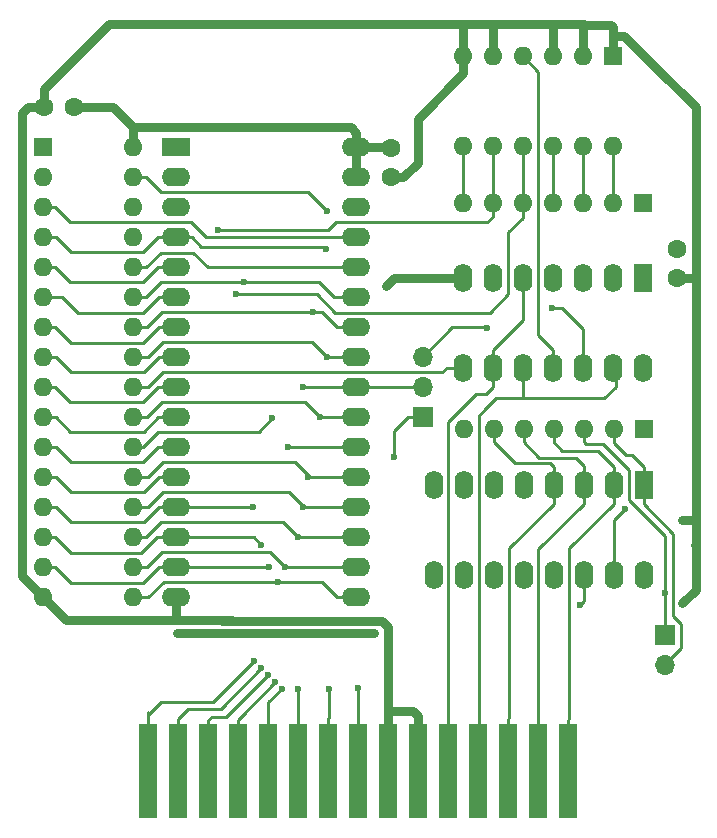
<source format=gbr>
%TF.GenerationSoftware,KiCad,Pcbnew,9.0.0*%
%TF.CreationDate,2025-05-02T13:48:09-04:00*%
%TF.ProjectId,cbm2rrcart,63626d32-7272-4636-9172-742e6b696361,rev?*%
%TF.SameCoordinates,Original*%
%TF.FileFunction,Copper,L2,Bot*%
%TF.FilePolarity,Positive*%
%FSLAX46Y46*%
G04 Gerber Fmt 4.6, Leading zero omitted, Abs format (unit mm)*
G04 Created by KiCad (PCBNEW 9.0.0) date 2025-05-02 13:48:09*
%MOMM*%
%LPD*%
G01*
G04 APERTURE LIST*
%TA.AperFunction,ComponentPad*%
%ADD10R,1.600000X2.400000*%
%TD*%
%TA.AperFunction,ComponentPad*%
%ADD11O,1.600000X2.400000*%
%TD*%
%TA.AperFunction,ComponentPad*%
%ADD12C,1.600000*%
%TD*%
%TA.AperFunction,ComponentPad*%
%ADD13R,1.600000X1.600000*%
%TD*%
%TA.AperFunction,ComponentPad*%
%ADD14O,1.600000X1.600000*%
%TD*%
%TA.AperFunction,ComponentPad*%
%ADD15R,2.400000X1.600000*%
%TD*%
%TA.AperFunction,ComponentPad*%
%ADD16O,2.400000X1.600000*%
%TD*%
%TA.AperFunction,ComponentPad*%
%ADD17R,1.700000X1.700000*%
%TD*%
%TA.AperFunction,ComponentPad*%
%ADD18O,1.700000X1.700000*%
%TD*%
%TA.AperFunction,SMDPad,CuDef*%
%ADD19R,1.524000X8.000000*%
%TD*%
%TA.AperFunction,ViaPad*%
%ADD20C,0.600000*%
%TD*%
%TA.AperFunction,Conductor*%
%ADD21C,0.250000*%
%TD*%
%TA.AperFunction,Conductor*%
%ADD22C,0.750000*%
%TD*%
G04 APERTURE END LIST*
D10*
%TO.P,U1,1,I4*%
%TO.N,~{CS_X1}*%
X177850800Y-93141800D03*
D11*
%TO.P,U1,2,I5*%
%TO.N,~{CSBANK3}*%
X175310800Y-93141800D03*
%TO.P,U1,3,I6*%
%TO.N,~{CSBANK2}*%
X172770800Y-93141800D03*
%TO.P,U1,4,I7*%
%TO.N,~{CSBANK1}*%
X170230800Y-93141800D03*
%TO.P,U1,5,EI*%
%TO.N,ENABLE*%
X167690800Y-93141800D03*
%TO.P,U1,6,S2*%
%TO.N,E15*%
X165150800Y-93141800D03*
%TO.P,U1,7,S1*%
%TO.N,E14*%
X162610800Y-93141800D03*
%TO.P,U1,8,GND*%
%TO.N,GND*%
X160070800Y-93141800D03*
%TO.P,U1,9,S0*%
%TO.N,E13*%
X160070800Y-100761800D03*
%TO.P,U1,10,IO*%
%TO.N,5V*%
X162610800Y-100761800D03*
%TO.P,U1,11,I1*%
X165150800Y-100761800D03*
%TO.P,U1,12,I2*%
X167690800Y-100761800D03*
%TO.P,U1,13,I3*%
%TO.N,~{CS_X2}*%
X170230800Y-100761800D03*
%TO.P,U1,14,GS*%
%TO.N,~{CS_RR}*%
X172770800Y-100761800D03*
%TO.P,U1,15,EO*%
%TO.N,CS_RR*%
X175310800Y-100761800D03*
%TO.P,U1,16,VCC*%
%TO.N,5V*%
X177850800Y-100761800D03*
%TD*%
D12*
%TO.P,C2,1*%
%TO.N,5V*%
X156438600Y-64577600D03*
%TO.P,C2,2*%
%TO.N,GND*%
X156438600Y-67077600D03*
%TD*%
D13*
%TO.P,RN1,1,common*%
%TO.N,5V*%
X177850800Y-88417400D03*
D14*
%TO.P,RN1,2,R1*%
%TO.N,~{CS_X1}*%
X175310800Y-88417400D03*
%TO.P,RN1,3,R2*%
%TO.N,~{CS_X2}*%
X172770800Y-88417400D03*
%TO.P,RN1,4,R3*%
%TO.N,~{CSBANK3}*%
X170230800Y-88417400D03*
%TO.P,RN1,5,R4*%
%TO.N,~{CSBANK2}*%
X167690800Y-88417400D03*
%TO.P,RN1,6,R5*%
%TO.N,~{CSBANK1}*%
X165150800Y-88417400D03*
%TO.P,RN1,7,R6*%
%TO.N,unconnected-(RN1-R6-Pad7)*%
X162610800Y-88417400D03*
%TD*%
D13*
%TO.P,RN2,1,common*%
%TO.N,5V*%
X177774600Y-69316600D03*
D14*
%TO.P,RN2,2,R1*%
%TO.N,ROMSET0*%
X175234600Y-69316600D03*
%TO.P,RN2,3,R2*%
%TO.N,ROMSET1*%
X172694600Y-69316600D03*
%TO.P,RN2,4,R3*%
%TO.N,ROMSET2*%
X170154600Y-69316600D03*
%TO.P,RN2,5,R4*%
%TO.N,PROTECT*%
X167614600Y-69316600D03*
%TO.P,RN2,6,R5*%
%TO.N,SEL_RR*%
X165074600Y-69316600D03*
%TO.P,RN2,7,R6*%
%TO.N,ENABLE*%
X162534600Y-69316600D03*
%TD*%
D15*
%TO.P,U2,1,VPP*%
%TO.N,unconnected-(U2-VPP-Pad1)*%
X138277600Y-64566800D03*
D16*
%TO.P,U2,2,A16*%
%TO.N,ROMSET1*%
X138277600Y-67106800D03*
%TO.P,U2,3,A15*%
%TO.N,ROMSET0*%
X138277600Y-69646800D03*
%TO.P,U2,4,A12*%
%TO.N,A12*%
X138277600Y-72186800D03*
%TO.P,U2,5,A7*%
%TO.N,A7*%
X138277600Y-74726800D03*
%TO.P,U2,6,A6*%
%TO.N,A6*%
X138277600Y-77266800D03*
%TO.P,U2,7,A5*%
%TO.N,A5*%
X138277600Y-79806800D03*
%TO.P,U2,8,A4*%
%TO.N,A4*%
X138277600Y-82346800D03*
%TO.P,U2,9,A3*%
%TO.N,A3*%
X138277600Y-84886800D03*
%TO.P,U2,10,A2*%
%TO.N,A2*%
X138277600Y-87426800D03*
%TO.P,U2,11,A1*%
%TO.N,A1*%
X138277600Y-89966800D03*
%TO.P,U2,12,A0*%
%TO.N,A0*%
X138277600Y-92506800D03*
%TO.P,U2,13,D0*%
%TO.N,D0*%
X138277600Y-95046800D03*
%TO.P,U2,14,D1*%
%TO.N,D1*%
X138277600Y-97586800D03*
%TO.P,U2,15,D2*%
%TO.N,D2*%
X138277600Y-100126800D03*
%TO.P,U2,16,GND*%
%TO.N,GND*%
X138277600Y-102666800D03*
%TO.P,U2,17,D3*%
%TO.N,D3*%
X153517600Y-102666800D03*
%TO.P,U2,18,D4*%
%TO.N,D4*%
X153517600Y-100126800D03*
%TO.P,U2,19,D5*%
%TO.N,D5*%
X153517600Y-97586800D03*
%TO.P,U2,20,D6*%
%TO.N,D6*%
X153517600Y-95046800D03*
%TO.P,U2,21,D7*%
%TO.N,D7*%
X153517600Y-92506800D03*
%TO.P,U2,22,~{CE}*%
%TO.N,SEL_RR*%
X153517600Y-89966800D03*
%TO.P,U2,23,A10*%
%TO.N,A10*%
X153517600Y-87426800D03*
%TO.P,U2,24,~{OE}*%
%TO.N,~{CS_MEM}*%
X153517600Y-84886800D03*
%TO.P,U2,25,A11*%
%TO.N,A11*%
X153517600Y-82346800D03*
%TO.P,U2,26,A9*%
%TO.N,A9*%
X153517600Y-79806800D03*
%TO.P,U2,27,A8*%
%TO.N,A8*%
X153517600Y-77266800D03*
%TO.P,U2,28,A13*%
%TO.N,E13*%
X153517600Y-74726800D03*
%TO.P,U2,29,A14*%
%TO.N,E14*%
X153517600Y-72186800D03*
%TO.P,U2,30,A17*%
%TO.N,ROMSET2*%
X153517600Y-69646800D03*
%TO.P,U2,31,~{PGM}*%
%TO.N,5V*%
X153517600Y-67106800D03*
%TO.P,U2,32,VCC*%
X153517600Y-64566800D03*
%TD*%
D17*
%TO.P,J1,1,Pin_1*%
%TO.N,~{CS_RR}*%
X159131000Y-87401400D03*
D18*
%TO.P,J1,2,Pin_2*%
%TO.N,~{CS_MEM}*%
X159131000Y-84861400D03*
%TO.P,J1,3,Pin_3*%
%TO.N,Net-(J1-Pin_3)*%
X159131000Y-82321400D03*
%TD*%
D12*
%TO.P,C3,1*%
%TO.N,5V*%
X129590800Y-61174000D03*
%TO.P,C3,2*%
%TO.N,GND*%
X127090800Y-61174000D03*
%TD*%
D10*
%TO.P,U4,1*%
%TO.N,CS_RR*%
X177800000Y-75641200D03*
D11*
%TO.P,U4,2*%
%TO.N,S02*%
X175260000Y-75641200D03*
%TO.P,U4,3*%
%TO.N,Net-(J1-Pin_3)*%
X172720000Y-75641200D03*
%TO.P,U4,4*%
%TO.N,5V*%
X170180000Y-75641200D03*
%TO.P,U4,5*%
%TO.N,SR{slash}~{W}*%
X167640000Y-75641200D03*
%TO.P,U4,6*%
%TO.N,Net-(U4-Pad12)*%
X165100000Y-75641200D03*
%TO.P,U4,7,GND*%
%TO.N,GND*%
X162560000Y-75641200D03*
%TO.P,U4,8*%
%TO.N,~{OE_RAM}*%
X162560000Y-83261200D03*
%TO.P,U4,9*%
%TO.N,SR{slash}~{W}*%
X165100000Y-83261200D03*
%TO.P,U4,10*%
%TO.N,S02*%
X167640000Y-83261200D03*
%TO.P,U4,11*%
%TO.N,~{WE_RAM}*%
X170180000Y-83261200D03*
%TO.P,U4,12*%
%TO.N,Net-(U4-Pad12)*%
X172720000Y-83261200D03*
%TO.P,U4,13*%
%TO.N,S02*%
X175260000Y-83261200D03*
%TO.P,U4,14,VCC*%
%TO.N,5V*%
X177800000Y-83261200D03*
%TD*%
D12*
%TO.P,C4,1*%
%TO.N,5V*%
X180670200Y-73166600D03*
%TO.P,C4,2*%
%TO.N,GND*%
X180670200Y-75666600D03*
%TD*%
D13*
%TO.P,U3,1,NC*%
%TO.N,unconnected-(U3-NC-Pad1)*%
X126949200Y-64566800D03*
D14*
%TO.P,U3,2,NC*%
%TO.N,unconnected-(U3-NC-Pad2)*%
X126949200Y-67106800D03*
%TO.P,U3,3,A14*%
%TO.N,E14*%
X126949200Y-69646800D03*
%TO.P,U3,4,A12*%
%TO.N,A12*%
X126949200Y-72186800D03*
%TO.P,U3,5,A7*%
%TO.N,A7*%
X126949200Y-74726800D03*
%TO.P,U3,6,A6*%
%TO.N,A6*%
X126949200Y-77266800D03*
%TO.P,U3,7,A5*%
%TO.N,A5*%
X126949200Y-79806800D03*
%TO.P,U3,8,A4*%
%TO.N,A4*%
X126949200Y-82346800D03*
%TO.P,U3,9,A3*%
%TO.N,A3*%
X126949200Y-84886800D03*
%TO.P,U3,10,A2*%
%TO.N,A2*%
X126949200Y-87426800D03*
%TO.P,U3,11,A1*%
%TO.N,A1*%
X126949200Y-89966800D03*
%TO.P,U3,12,A0*%
%TO.N,A0*%
X126949200Y-92506800D03*
%TO.P,U3,13,D0*%
%TO.N,D0*%
X126949200Y-95046800D03*
%TO.P,U3,14,D1*%
%TO.N,D1*%
X126949200Y-97586800D03*
%TO.P,U3,15,D2*%
%TO.N,D2*%
X126949200Y-100126800D03*
%TO.P,U3,16,GND*%
%TO.N,GND*%
X126949200Y-102666800D03*
%TO.P,U3,17,D3*%
%TO.N,D3*%
X134569200Y-102666800D03*
%TO.P,U3,18,D4*%
%TO.N,D4*%
X134569200Y-100126800D03*
%TO.P,U3,19,D5*%
%TO.N,D5*%
X134569200Y-97586800D03*
%TO.P,U3,20,D6*%
%TO.N,D6*%
X134569200Y-95046800D03*
%TO.P,U3,21,D7*%
%TO.N,D7*%
X134569200Y-92506800D03*
%TO.P,U3,22,~{CE1}*%
%TO.N,~{CS_MEM}*%
X134569200Y-89966800D03*
%TO.P,U3,23,A10*%
%TO.N,A10*%
X134569200Y-87426800D03*
%TO.P,U3,24,~{OE}*%
%TO.N,~{OE_RAM}*%
X134569200Y-84886800D03*
%TO.P,U3,25,A11*%
%TO.N,A11*%
X134569200Y-82346800D03*
%TO.P,U3,26,A9*%
%TO.N,A9*%
X134569200Y-79806800D03*
%TO.P,U3,27,A8*%
%TO.N,A8*%
X134569200Y-77266800D03*
%TO.P,U3,28,A13*%
%TO.N,E13*%
X134569200Y-74726800D03*
%TO.P,U3,29,~{WE}*%
%TO.N,PROTECT*%
X134569200Y-72186800D03*
%TO.P,U3,30,CE2*%
%TO.N,SEL_RR*%
X134569200Y-69646800D03*
%TO.P,U3,31,A15*%
%TO.N,E15*%
X134569200Y-67106800D03*
%TO.P,U3,32,VCC*%
%TO.N,5V*%
X134569200Y-64566800D03*
%TD*%
D13*
%TO.P,SW1,1*%
%TO.N,GND*%
X175234601Y-56870600D03*
D14*
%TO.P,SW1,2*%
X172694601Y-56870600D03*
%TO.P,SW1,3*%
X170154601Y-56870600D03*
%TO.P,SW1,4*%
%TO.N,~{WE_RAM}*%
X167614601Y-56870600D03*
%TO.P,SW1,5*%
%TO.N,GND*%
X165074601Y-56870600D03*
%TO.P,SW1,6*%
X162534601Y-56870600D03*
%TO.P,SW1,7*%
%TO.N,ENABLE*%
X162534601Y-64490600D03*
%TO.P,SW1,8*%
%TO.N,SEL_RR*%
X165074601Y-64490600D03*
%TO.P,SW1,9*%
%TO.N,PROTECT*%
X167614601Y-64490600D03*
%TO.P,SW1,10*%
%TO.N,ROMSET2*%
X170154601Y-64490600D03*
%TO.P,SW1,11*%
%TO.N,ROMSET1*%
X172694601Y-64490600D03*
%TO.P,SW1,12*%
%TO.N,ROMSET0*%
X175234601Y-64490600D03*
%TD*%
D17*
%TO.P,J2,1,Pin_1*%
%TO.N,~{CS_X2}*%
X179654200Y-105824100D03*
D18*
%TO.P,J2,2,Pin_2*%
%TO.N,~{CS_X1}*%
X179654200Y-108364100D03*
%TD*%
D19*
%TO.P,P1,16,D0*%
%TO.N,D0*%
X135890000Y-117348000D03*
%TO.P,P1,17,D1*%
%TO.N,D1*%
X138430000Y-117348000D03*
%TO.P,P1,18,D2*%
%TO.N,D2*%
X140970000Y-117348000D03*
%TO.P,P1,19,D3*%
%TO.N,D3*%
X143510000Y-117348000D03*
%TO.P,P1,20,D4*%
%TO.N,D4*%
X146050000Y-117348000D03*
%TO.P,P1,21,D5*%
%TO.N,D5*%
X148590000Y-117348000D03*
%TO.P,P1,22,D6*%
%TO.N,D6*%
X151130000Y-117348000D03*
%TO.P,P1,23,D7*%
%TO.N,D7*%
X153670000Y-117348000D03*
%TO.P,P1,24,GND*%
%TO.N,GND*%
X156210000Y-117348000D03*
%TO.P,P1,25,GND*%
X158750000Y-117348000D03*
%TO.P,P1,26,SR/~{W}*%
%TO.N,SR{slash}~{W}*%
X161290000Y-117348000D03*
%TO.P,P1,27,S02*%
%TO.N,S02*%
X163830000Y-117348000D03*
%TO.P,P1,28,~{CSBANK1}*%
%TO.N,~{CSBANK1}*%
X166370000Y-117348000D03*
%TO.P,P1,29,~{CSBANK2}*%
%TO.N,~{CSBANK2}*%
X168910000Y-117348000D03*
%TO.P,P1,30,~{CSBANK3}*%
%TO.N,~{CSBANK3}*%
X171450000Y-117348000D03*
%TD*%
D20*
%TO.N,A8*%
X143992600Y-75971400D03*
%TO.N,A9*%
X149809200Y-78536800D03*
%TO.N,A10*%
X150454200Y-87426800D03*
%TO.N,A11*%
X151013000Y-82346800D03*
%TO.N,A12*%
X150977600Y-73152000D03*
%TO.N,5V*%
X154990800Y-105714800D03*
X138303000Y-105714800D03*
%TO.N,D0*%
X144780000Y-95046800D03*
X144834089Y-108051600D03*
%TO.N,D1*%
X145459089Y-108680817D03*
X145440400Y-98196400D03*
%TO.N,D2*%
X146050000Y-109220000D03*
X146084089Y-100126800D03*
%TO.N,D3*%
X146672567Y-109798638D03*
X146862800Y-101346000D03*
%TO.N,D4*%
X147472400Y-100126800D03*
X147193843Y-110405495D03*
%TO.N,D5*%
X148545400Y-97586800D03*
X148590000Y-110439200D03*
%TO.N,D6*%
X151180800Y-110438200D03*
X148995400Y-94996000D03*
%TO.N,D7*%
X153670000Y-110337600D03*
X149445400Y-92456000D03*
%TO.N,GND*%
X156032200Y-76301600D03*
X181102000Y-96088200D03*
X155651200Y-104648000D03*
X181102000Y-103174800D03*
%TO.N,CS_RR*%
X176225200Y-95213200D03*
%TO.N,PROTECT*%
X143332200Y-77012800D03*
%TO.N,SEL_RR*%
X147726400Y-89966800D03*
X141770100Y-71539100D03*
%TO.N,E15*%
X151053800Y-69977000D03*
%TO.N,~{CS_RR}*%
X156692600Y-90779600D03*
X172491400Y-103276400D03*
%TO.N,~{CS_MEM}*%
X149021800Y-84886800D03*
X146405600Y-87503000D03*
%TO.N,Net-(U4-Pad12)*%
X170053000Y-78155800D03*
%TO.N,~{CS_X2}*%
X179654200Y-102299800D03*
%TO.N,Net-(J1-Pin_3)*%
X164617400Y-79857600D03*
%TD*%
D21*
%TO.N,A0*%
X136804400Y-92506800D02*
X138277600Y-92506800D01*
X126949200Y-92506800D02*
X128092200Y-92506800D01*
X135534400Y-93776800D02*
X136804400Y-92506800D01*
X129362200Y-93776800D02*
X135534400Y-93776800D01*
X128092200Y-92506800D02*
X129362200Y-93776800D01*
%TO.N,A1*%
X129362200Y-91236800D02*
X135483600Y-91236800D01*
X128092200Y-89966800D02*
X129362200Y-91236800D01*
X136753600Y-89966800D02*
X138277600Y-89966800D01*
X126949200Y-89966800D02*
X128092200Y-89966800D01*
X135483600Y-91236800D02*
X136753600Y-89966800D01*
%TO.N,A2*%
X129286000Y-88646000D02*
X135534400Y-88646000D01*
X126949200Y-87426800D02*
X128066800Y-87426800D01*
X128066800Y-87426800D02*
X129286000Y-88646000D01*
X135534400Y-88646000D02*
X136753600Y-87426800D01*
X136753600Y-87426800D02*
X138277600Y-87426800D01*
%TO.N,A3*%
X129286000Y-86156800D02*
X135458200Y-86156800D01*
X128016000Y-84886800D02*
X129286000Y-86156800D01*
X136728200Y-84886800D02*
X138277600Y-84886800D01*
X126949200Y-84886800D02*
X128016000Y-84886800D01*
X135458200Y-86156800D02*
X136728200Y-84886800D01*
%TO.N,A4*%
X135509000Y-83616800D02*
X136779000Y-82346800D01*
X126949200Y-82346800D02*
X128092200Y-82346800D01*
X128092200Y-82346800D02*
X129362200Y-83616800D01*
X129362200Y-83616800D02*
X135509000Y-83616800D01*
X136779000Y-82346800D02*
X138277600Y-82346800D01*
%TO.N,A5*%
X126949200Y-79806800D02*
X128041400Y-79806800D01*
X128041400Y-79806800D02*
X129362200Y-81127600D01*
X135458200Y-81127600D02*
X136779000Y-79806800D01*
X129362200Y-81127600D02*
X135458200Y-81127600D01*
X136779000Y-79806800D02*
X138277600Y-79806800D01*
%TO.N,A6*%
X126949200Y-77266800D02*
X128625600Y-77266800D01*
X136779000Y-77266800D02*
X138277600Y-77266800D01*
X135483600Y-78562200D02*
X136779000Y-77266800D01*
X129921000Y-78562200D02*
X135483600Y-78562200D01*
X128625600Y-77266800D02*
X129921000Y-78562200D01*
%TO.N,A7*%
X129311400Y-75996800D02*
X135483600Y-75996800D01*
X135483600Y-75996800D02*
X136753600Y-74726800D01*
X126949200Y-74726800D02*
X128041400Y-74726800D01*
X128041400Y-74726800D02*
X129311400Y-75996800D01*
X136753600Y-74726800D02*
X138277600Y-74726800D01*
%TO.N,A8*%
X151587200Y-77266800D02*
X153517600Y-77266800D01*
X144018000Y-75996800D02*
X150317200Y-75996800D01*
X150317200Y-75996800D02*
X151587200Y-77266800D01*
X143967200Y-75996800D02*
X136982200Y-75996800D01*
X135712200Y-77266800D02*
X134569200Y-77266800D01*
X143992600Y-75971400D02*
X144018000Y-75996800D01*
X143992600Y-75971400D02*
X143967200Y-75996800D01*
X136982200Y-75996800D02*
X135712200Y-77266800D01*
%TO.N,A9*%
X150571200Y-78536800D02*
X151841200Y-79806800D01*
X151841200Y-79806800D02*
X153517600Y-79806800D01*
X149809200Y-78536800D02*
X150571200Y-78536800D01*
X149809200Y-78536800D02*
X137106408Y-78536800D01*
X137106408Y-78536800D02*
X135836408Y-79806800D01*
X135836408Y-79806800D02*
X134569200Y-79806800D01*
%TO.N,A10*%
X152019000Y-87426800D02*
X153517600Y-87426800D01*
X149148800Y-86156800D02*
X137033000Y-86156800D01*
X152019000Y-87426800D02*
X150454200Y-87426800D01*
X150454200Y-87426800D02*
X150418800Y-87426800D01*
X135763000Y-87426800D02*
X134569200Y-87426800D01*
X137033000Y-86156800D02*
X135763000Y-87426800D01*
X151841200Y-87426800D02*
X152019000Y-87426800D01*
X150418800Y-87426800D02*
X149148800Y-86156800D01*
%TO.N,A11*%
X137134600Y-81076800D02*
X149743000Y-81076800D01*
X151013000Y-82346800D02*
X153517600Y-82346800D01*
X134569200Y-82346800D02*
X135864600Y-82346800D01*
X149743000Y-81076800D02*
X151013000Y-82346800D01*
X135864600Y-82346800D02*
X137134600Y-81076800D01*
%TO.N,A12*%
X150825200Y-72999600D02*
X150977600Y-73152000D01*
X126949200Y-72186800D02*
X128066800Y-72186800D01*
X139573000Y-72186800D02*
X140385800Y-72999600D01*
X135483600Y-73456800D02*
X136753600Y-72186800D01*
X140385800Y-72999600D02*
X150825200Y-72999600D01*
X128066800Y-72186800D02*
X129336800Y-73456800D01*
X136753600Y-72186800D02*
X138277600Y-72186800D01*
X138277600Y-72186800D02*
X139573000Y-72186800D01*
X129336800Y-73456800D02*
X135483600Y-73456800D01*
D22*
%TO.N,5V*%
X131154800Y-61174000D02*
X129590800Y-61174000D01*
X153517600Y-64566800D02*
X156427800Y-64566800D01*
X131165600Y-61163200D02*
X131154800Y-61174000D01*
X153517600Y-63347600D02*
X153517600Y-64566800D01*
X150622000Y-62865000D02*
X151409400Y-62865000D01*
X150622000Y-62865000D02*
X134645400Y-62865000D01*
X134569200Y-62941200D02*
X134569200Y-64566800D01*
X150622000Y-62865000D02*
X153035000Y-62865000D01*
X153517600Y-64566800D02*
X153517600Y-67106800D01*
X134645400Y-62865000D02*
X132954400Y-61174000D01*
X132954400Y-61174000D02*
X129590800Y-61174000D01*
X134645400Y-62865000D02*
X134569200Y-62941200D01*
X153035000Y-62865000D02*
X153517600Y-63347600D01*
X154990800Y-105714800D02*
X138303000Y-105714800D01*
X156427800Y-64566800D02*
X156438600Y-64577600D01*
D21*
%TO.N,D0*%
X126949200Y-95046800D02*
X128066800Y-95046800D01*
X135559800Y-96316800D02*
X136829800Y-95046800D01*
X144780000Y-95046800D02*
X138277600Y-95046800D01*
X129336800Y-96316800D02*
X135559800Y-96316800D01*
X128066800Y-95046800D02*
X129336800Y-96316800D01*
X136829800Y-95046800D02*
X138277600Y-95046800D01*
X139954000Y-111506000D02*
X141379689Y-111506000D01*
X135898200Y-112377800D02*
X135898200Y-112623600D01*
X141379689Y-111506000D02*
X144834089Y-108051600D01*
X135898200Y-112623600D02*
X137015800Y-111506000D01*
X135898200Y-112623600D02*
X135898200Y-117504400D01*
X137015800Y-111506000D02*
X139954000Y-111506000D01*
%TO.N,D1*%
X141630400Y-112115600D02*
X142024306Y-112115600D01*
X129362200Y-98907600D02*
X135280400Y-98907600D01*
X142024306Y-112115600D02*
X145459089Y-108680817D01*
X144830800Y-97586800D02*
X138277600Y-97586800D01*
X126949200Y-97586800D02*
X128041400Y-97586800D01*
X128041400Y-97586800D02*
X129362200Y-98907600D01*
X145440400Y-98196400D02*
X144830800Y-97586800D01*
X135280400Y-98907600D02*
X136601200Y-97586800D01*
X139293600Y-112115600D02*
X141630400Y-112115600D01*
X138438200Y-112971000D02*
X139293600Y-112115600D01*
X138438200Y-113030000D02*
X138438200Y-117504400D01*
X136601200Y-97586800D02*
X138277600Y-97586800D01*
X138438200Y-113030000D02*
X138438200Y-112971000D01*
%TO.N,D2*%
X138277600Y-100126800D02*
X136779000Y-100126800D01*
X140978200Y-113080800D02*
X140978200Y-117504400D01*
X136779000Y-100126800D02*
X135458200Y-101447600D01*
X135458200Y-101447600D02*
X129362200Y-101447600D01*
X146084089Y-100126800D02*
X138277600Y-100126800D01*
X128041400Y-100126800D02*
X126949200Y-100126800D01*
X146050000Y-109220000D02*
X142494000Y-112776000D01*
X129362200Y-101447600D02*
X128041400Y-100126800D01*
X142494000Y-112776000D02*
X141283000Y-112776000D01*
X141283000Y-112776000D02*
X140978200Y-113080800D01*
%TO.N,D3*%
X143764000Y-112784200D02*
X143518200Y-113030000D01*
X143518200Y-113030000D02*
X143518200Y-117504400D01*
X135890000Y-102666800D02*
X137210800Y-101346000D01*
X151892000Y-102666800D02*
X153517600Y-102666800D01*
X143764000Y-112776000D02*
X143764000Y-112784200D01*
X146672567Y-109867433D02*
X143764000Y-112776000D01*
X146672567Y-109798638D02*
X146672567Y-109867433D01*
X137210800Y-101346000D02*
X150571200Y-101346000D01*
X150571200Y-101346000D02*
X151892000Y-102666800D01*
X134569200Y-102666800D02*
X135890000Y-102666800D01*
%TO.N,D4*%
X147193843Y-110405495D02*
X146058200Y-111541138D01*
X153517600Y-100126800D02*
X147472400Y-100126800D01*
X147472400Y-100126800D02*
X146202400Y-98856800D01*
X135788400Y-100126800D02*
X134569200Y-100126800D01*
X146202400Y-98856800D02*
X137058400Y-98856800D01*
X137058400Y-98856800D02*
X135788400Y-100126800D01*
X146058200Y-111541138D02*
X146058200Y-117504400D01*
%TO.N,D5*%
X137007600Y-96316800D02*
X135737600Y-97586800D01*
X147320000Y-96316800D02*
X137007600Y-96316800D01*
X148590000Y-112776000D02*
X148598200Y-112784200D01*
X148545400Y-97586800D02*
X153517600Y-97586800D01*
X148545400Y-97586800D02*
X148545400Y-97542200D01*
X148590000Y-110439200D02*
X148590000Y-112776000D01*
X135737600Y-97586800D02*
X134569200Y-97586800D01*
X148598200Y-112784200D02*
X148598200Y-117504400D01*
X148545400Y-97542200D02*
X147320000Y-96316800D01*
%TO.N,D6*%
X151138200Y-112885800D02*
X151138200Y-117504400D01*
X151180800Y-112843200D02*
X151138200Y-112885800D01*
X148995400Y-94996000D02*
X148995400Y-94893400D01*
X153517600Y-95046800D02*
X149046200Y-95046800D01*
X135839200Y-95046800D02*
X134569200Y-95046800D01*
X149046200Y-95046800D02*
X148995400Y-94996000D01*
X147828000Y-93726000D02*
X137160000Y-93726000D01*
X151688800Y-95046800D02*
X153517600Y-95046800D01*
X151180800Y-110438200D02*
X151180800Y-112843200D01*
X148995400Y-94893400D02*
X147828000Y-93726000D01*
X137160000Y-93726000D02*
X135839200Y-95046800D01*
%TO.N,D7*%
X150774400Y-92506800D02*
X153517600Y-92506800D01*
X153670000Y-110337600D02*
X153670000Y-114258200D01*
X149445400Y-92456000D02*
X149445400Y-92295400D01*
X148336000Y-91186000D02*
X137160000Y-91186000D01*
X149445400Y-92295400D02*
X148336000Y-91186000D01*
X153670000Y-114258200D02*
X153678200Y-114266400D01*
X153678200Y-114266400D02*
X153678200Y-117504400D01*
X135839200Y-92506800D02*
X134569200Y-92506800D01*
X149496200Y-92506800D02*
X149445400Y-92456000D01*
X150774400Y-92506800D02*
X149496200Y-92506800D01*
X137160000Y-91186000D02*
X135839200Y-92506800D01*
D22*
%TO.N,GND*%
X135305800Y-104622600D02*
X138277600Y-104622600D01*
X156032200Y-76301600D02*
X156692600Y-75641200D01*
X182245000Y-102031800D02*
X182245000Y-98247200D01*
X128905000Y-104622600D02*
X126949200Y-102666800D01*
X182245000Y-98247200D02*
X182208801Y-98211001D01*
X125222000Y-61671200D02*
X125719200Y-61174000D01*
X182245000Y-64490600D02*
X182245000Y-75590400D01*
X125222000Y-81040030D02*
X125222000Y-61671200D01*
X172770800Y-54152800D02*
X172694601Y-54228999D01*
X127090800Y-61174000D02*
X127090800Y-59599200D01*
X182168800Y-75666600D02*
X180670200Y-75666600D01*
X178562000Y-57505600D02*
X182245000Y-61188600D01*
X175234601Y-54345801D02*
X175234601Y-55143400D01*
X156210000Y-108712000D02*
X156210000Y-112318800D01*
X156210000Y-108712000D02*
X156210000Y-108305600D01*
X162585400Y-54152800D02*
X165049200Y-54152800D01*
X182245000Y-75590400D02*
X182245000Y-96062800D01*
X175056800Y-54168000D02*
X175234601Y-54345801D01*
X182245000Y-75590400D02*
X182168800Y-75666600D01*
X138277600Y-104622600D02*
X138277600Y-102666800D01*
X165049200Y-54152800D02*
X170180000Y-54152800D01*
X158343600Y-112268000D02*
X156260800Y-112268000D01*
X156260800Y-112268000D02*
X156210000Y-112318800D01*
X175234601Y-55143400D02*
X176199800Y-55143400D01*
X162534601Y-58292999D02*
X158699200Y-62128400D01*
X156210000Y-108305600D02*
X156210000Y-105206800D01*
X172786000Y-54168000D02*
X175056800Y-54168000D01*
X176199800Y-55143400D02*
X178562000Y-57505600D01*
X138277600Y-104622600D02*
X142976600Y-104622600D01*
X162534601Y-56870600D02*
X162534601Y-58292999D01*
X125171200Y-81090830D02*
X125222000Y-81040030D01*
X158758200Y-112682600D02*
X158343600Y-112268000D01*
X170154601Y-54178199D02*
X170154601Y-56870600D01*
X170180000Y-54152800D02*
X172770800Y-54152800D01*
X126949200Y-102666800D02*
X125171200Y-100888800D01*
X156210000Y-105206800D02*
X155651200Y-104648000D01*
X181102000Y-103174800D02*
X182245000Y-102031800D01*
X182245000Y-61188600D02*
X182245000Y-64490600D01*
X156591000Y-67230000D02*
X156438600Y-67077600D01*
X143002000Y-104648000D02*
X155651200Y-104648000D01*
X172770800Y-54152800D02*
X172786000Y-54168000D01*
X142138400Y-104648000D02*
X143002000Y-104648000D01*
X170180000Y-54152800D02*
X170154601Y-54178199D01*
X125171200Y-100888800D02*
X125171200Y-81090830D01*
X175234601Y-55143400D02*
X175234601Y-56870600D01*
X127090800Y-59599200D02*
X132537200Y-54152800D01*
X156210000Y-112318800D02*
X156210000Y-117348000D01*
X182219600Y-96088200D02*
X182245000Y-96062800D01*
X158699200Y-62128400D02*
X158699200Y-65862200D01*
X125719200Y-61174000D02*
X127090800Y-61174000D01*
X165049200Y-54152800D02*
X165074601Y-54178201D01*
X172694601Y-54228999D02*
X172694601Y-56870600D01*
X162534601Y-54203599D02*
X162585400Y-54152800D01*
X157483800Y-67077600D02*
X156438600Y-67077600D01*
X132537200Y-54152800D02*
X162585400Y-54152800D01*
X135305800Y-104622600D02*
X128905000Y-104622600D01*
X142976600Y-104622600D02*
X143002000Y-104648000D01*
X162534601Y-56870600D02*
X162534601Y-54203599D01*
X158758200Y-117504400D02*
X158758200Y-112682600D01*
X159969199Y-93243401D02*
X160070800Y-93141800D01*
X156692600Y-75641200D02*
X162560000Y-75641200D01*
X158699200Y-65862200D02*
X157483800Y-67077600D01*
X181102000Y-96088200D02*
X182219600Y-96088200D01*
X182245000Y-96062800D02*
X182245000Y-98247200D01*
X165074601Y-54178201D02*
X165074601Y-56870600D01*
D21*
%TO.N,S02*%
X175463199Y-83286601D02*
X175463199Y-84861401D01*
X163880800Y-117297200D02*
X163830000Y-117348000D01*
X174523400Y-85801200D02*
X168452800Y-85801200D01*
X163880800Y-87299800D02*
X163880800Y-117297200D01*
X168452800Y-85801200D02*
X167665400Y-85801200D01*
X165379400Y-85801200D02*
X164452300Y-86728300D01*
X167640000Y-83261200D02*
X167640000Y-85775800D01*
X167843199Y-84201001D02*
X167843199Y-83286601D01*
X167640000Y-85775800D02*
X167665400Y-85801200D01*
X167665400Y-85801200D02*
X165379400Y-85801200D01*
X175463199Y-84861401D02*
X174523400Y-85801200D01*
X164452300Y-86728300D02*
X163880800Y-87299800D01*
%TO.N,~{CSBANK1}*%
X165150800Y-89509600D02*
X166954200Y-91313000D01*
X170230800Y-94767400D02*
X170230800Y-93141800D01*
X169926000Y-91313000D02*
X170230800Y-91617800D01*
X166378200Y-117504400D02*
X166378200Y-112987400D01*
X166471599Y-112877601D02*
X166471599Y-98526601D01*
X166378200Y-112987400D02*
X166370000Y-112979200D01*
X166370000Y-112979200D02*
X166471599Y-112877601D01*
X166954200Y-91313000D02*
X169926000Y-91313000D01*
X166471599Y-98526601D02*
X170230800Y-94767400D01*
X170230800Y-91617800D02*
X170230800Y-93141800D01*
X165150800Y-88417400D02*
X165150800Y-89509600D01*
%TO.N,~{CSBANK2}*%
X169018800Y-90863000D02*
X172092200Y-90863000D01*
X168910000Y-98602800D02*
X168910000Y-117348000D01*
X167690800Y-88417400D02*
X167690800Y-89535000D01*
X172092200Y-90863000D02*
X172770800Y-91541600D01*
X172770800Y-91541600D02*
X172770800Y-93141800D01*
X172770800Y-93141800D02*
X172770800Y-94742000D01*
X167690800Y-89535000D02*
X169018800Y-90863000D01*
X172770800Y-94742000D02*
X168910000Y-98602800D01*
%TO.N,~{CSBANK3}*%
X171450000Y-113080800D02*
X171450000Y-114258200D01*
X171450000Y-114258200D02*
X171458200Y-114266400D01*
X171551600Y-112979200D02*
X171450000Y-113080800D01*
X171458200Y-114266400D02*
X171458200Y-117504400D01*
X173981404Y-90264400D02*
X175310800Y-91593796D01*
X175310800Y-91593796D02*
X175310800Y-93141800D01*
X175310800Y-93141800D02*
X175310800Y-94767400D01*
X170230800Y-88417400D02*
X170230800Y-89535000D01*
X175310800Y-94767400D02*
X171551600Y-98526600D01*
X170230800Y-89535000D02*
X170960200Y-90264400D01*
X171551600Y-98526600D02*
X171551600Y-112979200D01*
X170960200Y-90264400D02*
X173981404Y-90264400D01*
%TO.N,SR{slash}~{W}*%
X167640000Y-79197200D02*
X167640000Y-75641200D01*
X164515800Y-85445600D02*
X163652200Y-85445600D01*
X165100000Y-83261200D02*
X165100000Y-84861400D01*
X165100000Y-84861400D02*
X164515800Y-85445600D01*
X167843199Y-75666601D02*
X167589200Y-75920600D01*
X165100000Y-81737200D02*
X167640000Y-79197200D01*
X161290000Y-87807800D02*
X161290000Y-117348000D01*
X163652200Y-85445600D02*
X161290000Y-87807800D01*
X165100000Y-83261200D02*
X165100000Y-81737200D01*
%TO.N,ROMSET0*%
X175234600Y-69316600D02*
X175234601Y-64490600D01*
%TO.N,ROMSET1*%
X172694600Y-69316600D02*
X172694601Y-64490600D01*
%TO.N,CS_RR*%
X175310800Y-96139000D02*
X175310800Y-100761800D01*
X176225200Y-95213200D02*
X176225200Y-95224600D01*
X176225200Y-95224600D02*
X175310800Y-96139000D01*
%TO.N,E14*%
X140817600Y-72186800D02*
X153517600Y-72186800D01*
X128016000Y-69646800D02*
X129286000Y-70916800D01*
X129286000Y-70916800D02*
X139547600Y-70916800D01*
X139547600Y-70916800D02*
X140817600Y-72186800D01*
X126949200Y-69646800D02*
X128016000Y-69646800D01*
%TO.N,E13*%
X139700000Y-73482200D02*
X140944600Y-74726800D01*
X134569200Y-74726800D02*
X135700570Y-74726800D01*
X135700570Y-74726800D02*
X136945170Y-73482200D01*
X140944600Y-74726800D02*
X153517600Y-74726800D01*
X136945170Y-73482200D02*
X139700000Y-73482200D01*
%TO.N,ROMSET2*%
X170154600Y-69316600D02*
X170154601Y-64490600D01*
%TO.N,PROTECT*%
X167614600Y-69316600D02*
X167614601Y-64490600D01*
X167614600Y-70510400D02*
X167614600Y-69316600D01*
X143332200Y-77012800D02*
X150190200Y-77012800D01*
X166370000Y-71755000D02*
X167614600Y-70510400D01*
X166370000Y-76987400D02*
X166370000Y-71755000D01*
X150190200Y-77012800D02*
X151739600Y-78562200D01*
X164795200Y-78562200D02*
X166370000Y-76987400D01*
X151739600Y-78562200D02*
X164795200Y-78562200D01*
%TO.N,SEL_RR*%
X165074600Y-70459600D02*
X165074600Y-69316600D01*
X151142700Y-71539100D02*
X151765000Y-70916800D01*
X151765000Y-70916800D02*
X164617400Y-70916800D01*
X147726400Y-89966800D02*
X153517600Y-89966800D01*
X164617400Y-70916800D02*
X165074600Y-70459600D01*
X165074600Y-69316600D02*
X165074601Y-64490600D01*
X141770100Y-71539100D02*
X151142700Y-71539100D01*
%TO.N,ENABLE*%
X162534600Y-69316600D02*
X162534601Y-64490600D01*
%TO.N,E15*%
X149453600Y-68351400D02*
X136982200Y-68351400D01*
X136982200Y-68351400D02*
X135737600Y-67106800D01*
X151053800Y-69977000D02*
X151053800Y-69951600D01*
X151053800Y-69951600D02*
X149453600Y-68351400D01*
X135737600Y-67106800D02*
X134569200Y-67106800D01*
%TO.N,~{CS_RR}*%
X157911800Y-87401400D02*
X159131000Y-87401400D01*
X156692600Y-90779600D02*
X156692600Y-88620600D01*
X172491400Y-103276400D02*
X172770800Y-102997000D01*
X172770800Y-102997000D02*
X172770800Y-100761800D01*
X156692600Y-88620600D02*
X157911800Y-87401400D01*
%TO.N,~{OE_RAM}*%
X137134600Y-83616800D02*
X160807400Y-83616800D01*
X134569200Y-84886800D02*
X135864600Y-84886800D01*
X160807400Y-83616800D02*
X161163000Y-83261200D01*
X161163000Y-83261200D02*
X162560000Y-83261200D01*
X135864600Y-84886800D02*
X137134600Y-83616800D01*
%TO.N,~{CS_MEM}*%
X136753600Y-88671400D02*
X135458200Y-89966800D01*
X135458200Y-89966800D02*
X134569200Y-89966800D01*
X146405600Y-87503000D02*
X145237200Y-88671400D01*
X149021800Y-84886800D02*
X153517600Y-84886800D01*
X159105600Y-84886800D02*
X159131000Y-84861400D01*
X153517600Y-84886800D02*
X159105600Y-84886800D01*
X145237200Y-88671400D02*
X136753600Y-88671400D01*
%TO.N,Net-(U4-Pad12)*%
X172720000Y-79984600D02*
X172720000Y-83261200D01*
X170053000Y-78155800D02*
X170891200Y-78155800D01*
X170891200Y-78155800D02*
X172720000Y-79984600D01*
%TO.N,~{WE_RAM}*%
X170180000Y-81686400D02*
X168910000Y-80416400D01*
X168910000Y-80416400D02*
X168910000Y-58165999D01*
X170180000Y-83261200D02*
X170180000Y-81686400D01*
X168910000Y-58165999D02*
X167614601Y-56870600D01*
%TO.N,~{CS_X2}*%
X172999400Y-89712800D02*
X174421800Y-89712800D01*
X172770800Y-88417400D02*
X172770800Y-89484200D01*
X172770800Y-89484200D02*
X172999400Y-89712800D01*
X176580800Y-94386400D02*
X179654200Y-97459800D01*
X176580800Y-91871800D02*
X176580800Y-94386400D01*
X174421800Y-89712800D02*
X176580800Y-91871800D01*
X179654200Y-97459800D02*
X179654200Y-105824100D01*
%TO.N,~{CS_X1}*%
X180975000Y-106959400D02*
X179273200Y-108661200D01*
X180340000Y-104267000D02*
X180975000Y-104902000D01*
X180340000Y-97282000D02*
X180340000Y-104267000D01*
X177850800Y-93141800D02*
X177850800Y-94792800D01*
X176834800Y-90627200D02*
X177850800Y-91643200D01*
X175310800Y-88417400D02*
X175310800Y-89560400D01*
X177850800Y-91643200D02*
X177850800Y-93141800D01*
X180975000Y-104902000D02*
X180975000Y-106959400D01*
X176377600Y-90627200D02*
X176834800Y-90627200D01*
X175310800Y-89560400D02*
X176377600Y-90627200D01*
X177850800Y-94792800D02*
X180340000Y-97282000D01*
%TO.N,Net-(J1-Pin_3)*%
X161645601Y-79806799D02*
X162407600Y-79806799D01*
X164566599Y-79806799D02*
X164617400Y-79857600D01*
X159131000Y-82321400D02*
X161645601Y-79806799D01*
X162407600Y-79806799D02*
X164566599Y-79806799D01*
%TD*%
M02*

</source>
